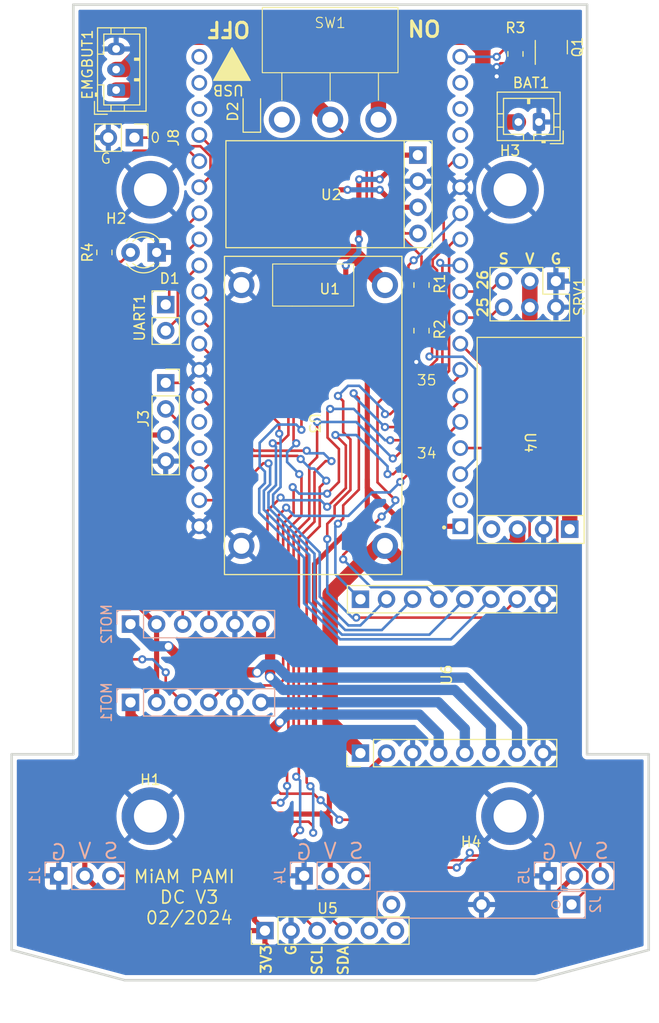
<source format=kicad_pcb>
(kicad_pcb (version 20221018) (generator pcbnew)
  (layers (0 "F.Cu" signal) (31 "B.Cu" signal) (34 "B.Paste" user) (35 "F.Paste" user) (36 "B.SilkS" user "B.Silkscreen") (37 "F.SilkS" user "F.Silkscreen") (38 "B.Mask" user) (39 "F.Mask" user) (44 "Edge.Cuts" user))
  (net 0 "")
  (net 1 "/BATTERY_INPUT")
  (net 2 "GND")
  (net 3 "/EMERGENCY_BUTTON")
  (net 4 "/5V_POWER")
  (net 5 "+12V")
  (net 6 "+3V3")
  (net 7 "/GPIO2")
  (net 8 "/GPIO5")
  (net 9 "/1Y")
  (net 10 "/GPIO0")
  (net 11 "Net-(D1-A)")
  (net 12 "/SDA")
  (net 13 "/SCL")
  (net 14 "/POWER_SWITCH")
  (net 15 "/BAT_READING")
  (net 16 "/SERVO_PWM_1")
  (net 17 "/SERVO_PWM_2")
  (net 18 "Net-(D2-K)")
  (net 19 "/RX2")
  (net 20 "/TX2")
  (net 34 "/TCRT0")
  (net 35 "/TCRT1")
  (net 36 "/TCRT2")
  (net 38 "/EXT_5V")
  (net 39 "/ENCODER_B1")
  (net 40 "/ENCODER_A1")
  (net 41 "/2Y")
  (net 42 "/3Y")
  (net 43 "/ENCODER_B2")
  (net 44 "/ENCODER_A2")
  (net 45 "/4Y")
  (net 46 "/EN12")
  (net 47 "/EN34")
  (net 48 "/STBY")
  (net 49 "/4A")
  (net 50 "/1A")
  (net 51 "/2A")
  (net 52 "/3A")
  (net 53 "Net-(Q1-D)")
  (footprint "Resistor_SMD:R_0805_2012Metric" (layer "F.Cu") (at 128.905 69.85 90)
    (fp_text reference "R4")
    (fp_text value "200")
  )
  (footprint "MiAM_ESP32_Footprints:VoltageRegulator" (layer "F.Cu") (at 170.434 87.884 -90)
    (fp_text reference "U4")
    (fp_text value "5V")
  )
  (footprint "Connector_PinHeader_2.54mm:PinHeader_1x02_P2.54mm_Vertical" (layer "F.Cu") (at 134.874 74.93)
    (fp_text reference "UART1")
    (fp_text value "Conn_01x02_Male")
  )
  (footprint "LED_THT:LED_D3.0mm" (layer "F.Cu") (at 133.99 69.85 180)
    (fp_text reference "D1")
    (fp_text value "LED")
  )
  (footprint "MountingHole:MountingHole_3.2mm_M3_DIN965_Pad" (layer "F.Cu") (at 168.38 124.743668)
    (fp_text reference "H4")
    (fp_text value "MountingHole_Pad")
  )
  (footprint "MiAM_ESP32_Footprints:VoltageRegulator" (layer "F.Cu") (at 150.495 64.135)
    (fp_text reference "U2")
    (fp_text value "3V3")
  )
  (footprint "Package_TO_SOT_SMD:SOT-23" (layer "F.Cu") (at 172.4 49.8625 90)
    (fp_text reference "Q1")
    (fp_text value "BS170F")
  )
  (footprint "Resistor_SMD:R_0805_2012Metric_Pad1.20x1.40mm_HandSolder" (layer "F.Cu") (at 159.766 77.47 -90)
    (fp_text reference "R2")
    (fp_text value "10k")
  )
  (footprint "Resistor_SMD:R_0805_2012Metric_Pad1.20x1.40mm_HandSolder" (layer "F.Cu") (at 159.766 73.025 -90)
    (fp_text reference "R1")
    (fp_text value "100k")
  )
  (footprint "MiAM_ESP32_Footprints:MT3608" (layer "F.Cu") (at 149.225 85.725 -90)
    (fp_text reference "U3")
    (fp_text value "MT3608")
  )
  (footprint "Connector_PinHeader_2.54mm:PinHeader_2x03_P2.54mm_Vertical" (layer "F.Cu") (at 172.847 72.644 -90)
    (fp_text reference "SRV1")
    (fp_text value "Conn_02x03_Odd_Even")
  )
  (footprint "MiAM_ESP32_Footprints:SSD1306_vertical" (layer "F.Cu") (at 129.854 80.9525)
    (fp_text reference "J3")
    (fp_text value "SSD1306_vertical")
  )
  (footprint "MiAM_ESP32_Footprints:ESP32U-ShieldPattern" (layer "F.Cu") (at 150.8408 73.67 180)
    (fp_text reference "U1")
    (fp_text value "ESP32-DEVKITC-32U")
  )
  (footprint "MountingHole:MountingHole_3.2mm_M3_DIN965_Pad" (layer "F.Cu") (at 133.38 124.743668)
    (fp_text reference "H1")
    (fp_text value "MountingHole_Pad")
  )
  (footprint "MiAM_ESP32_Footprints:TB6612FNG" (layer "F.Cu") (at 174.1425 118.607 90)
    (fp_text reference "U6")
    (fp_text value "TB6612FNG")
  )
  (footprint "Connector_JST:JST_PH_B2B-PH-K_1x02_P2.00mm_Vertical" (layer "F.Cu") (at 171.196 57.15 180)
    (fp_text reference "BAT1")
    (fp_text value "Screw_Terminal_01x02")
  )
  (footprint "Connector_JST:JST_PH_B3B-PH-K_1x03_P2.00mm_Vertical" (layer "F.Cu") (at 130.048 54.038 90)
    (fp_text reference "EMGBUT1")
    (fp_text value "Conn_01x02_Male")
  )
  (footprint "MiAM_ESP32_Footprints:SS-12D11" (layer "F.Cu") (at 150.876 56.921)
    (fp_text reference "SW1")
    (fp_text value "SW_DPDT_x2")
  )
  (footprint "MountingHole:MountingHole_3.2mm_M3_DIN965_Pad" (layer "F.Cu") (at 133.38 63.743668)
    (fp_text reference "H2")
    (fp_text value "MountingHole_Pad")
  )
  (footprint "Connector_PinHeader_2.54mm:PinHeader_1x06_P2.54mm_Vertical" (layer "F.Cu") (at 144.53 135.89 90)
    (fp_text reference "U5")
    (fp_text value "~")
  )
  (footprint "Resistor_SMD:R_0805_2012Metric" (layer "F.Cu") (at 168.91 50.5225 -90)
    (fp_text reference "R3")
    (fp_text value "50k")
  )
  (footprint "Connector_PinHeader_2.54mm:PinHeader_1x02_P2.54mm_Vertical" (layer "F.Cu") (at 131.826 58.674 -90)
    (fp_text reference "J8")
    (fp_text value "Conn_01x02_Pin")
  )
  (footprint "Diode_SMD:D_SOD-323_HandSoldering" (layer "F.Cu") (at 143.256 56.134 90)
    (fp_text reference "D2")
    (fp_text value "D_Schottky")
  )
  (footprint "MountingHole:MountingHole_3.2mm_M3_DIN965_Pad" (layer "F.Cu") (at 168.38 63.743668)
    (fp_text reference "H3")
    (fp_text value "MountingHole_Pad")
  )
  (footprint "MiAM_ESP32_Footprints:TCRT5000L_Breakout" (layer "B.Cu") (at 148.34 130.556 -90)
    (fp_text reference "J4")
    (fp_text value "TCRT5000L_Breakout")
  )
  (footprint "Connector_PinHeader_2.54mm:PinHeader_1x06_P2.54mm_Vertical" (layer "B.Cu") (at 131.445 113.665 -90)
    (fp_text reference "MOT1")
    (fp_text value "Conn_01x06_Male")
  )
  (footprint "MiAM_ESP32_Footprints:TCRT5000L_Breakout" (layer "B.Cu") (at 124.46 130.556 -90)
    (fp_text reference "J1")
    (fp_text value "TCRT5000L_Breakout")
  )
  (footprint "MiAM_ESP32_Footprints:Microruptor" (layer "B.Cu") (at 174.371 133.35 90)
    (fp_text reference "J2")
    (fp_text value "Conn_01x03_Male")
  )
  (footprint "Connector_PinHeader_2.54mm:PinHeader_1x06_P2.54mm_Vertical" (layer "B.Cu") (at 131.445 106.045 -90)
    (fp_text reference "MOT2")
    (fp_text value "Conn_01x06_Male")
  )
  (footprint "MiAM_ESP32_Footprints:TCRT5000L_Breakout" (layer "B.Cu") (at 172.085 130.556 -90)
    (fp_text reference "J5")
    (fp_text value "TCRT5000L_Breakout")
  )
  (gr_line (start 170.88 140.72) (end 181.88 137.772559) (stroke (width 0.25)) (layer "Edge.Cuts"))
  (gr_line (start 125.88 45.72) (end 125.88 118.72) (stroke (width 0.25)) (layer "Edge.Cuts"))
  (gr_line (start 119.88 137.772559) (end 130.88 140.72) (stroke (width 0.25)) (layer "Edge.Cuts"))
  (gr_line (start 181.88 118.72) (end 175.88 118.72) (stroke (width 0.25)) (layer "Edge.Cuts"))
  (gr_line (start 119.88 118.72) (end 119.88 137.772559) (stroke (width 0.25)) (layer "Edge.Cuts"))
  (gr_line (start 130.88 140.72) (end 170.88 140.72) (stroke (width 0.25)) (layer "Edge.Cuts"))
  (gr_line (start 175.88 45.72) (end 125.88 45.72) (stroke (width 0.25)) (layer "Edge.Cuts"))
  (gr_line (start 181.88 137.772559) (end 181.88 118.72) (stroke (width 0.25)) (layer "Edge.Cuts"))
  (gr_line (start 125.88 118.72) (end 119.88 118.72) (stroke (width 0.25)) (layer "Edge.Cuts"))
  (gr_line (start 175.88 118.72) (end 175.88 45.72) (stroke (width 0.25)) (layer "Edge.Cuts"))
  (gr_text "S" (at 177.292 128.143) (layer "B.SilkS") (effects (font (size 1.5 1.5) (thickness 0.1875)) (justify mirror)))
  (gr_text "V" (at 127 128.143) (layer "B.SilkS") (effects (font (size 1.5 1.5) (thickness 0.1875)) (justify mirror)))
  (gr_text "S" (at 129.54 128.143) (layer "B.SilkS") (effects (font (size 1.5 1.5) (thickness 0.1875)) (justify mirror)))
  (gr_text "G" (at 172.212 128.27) (layer "B.SilkS") (effects (font (size 1.5 1.5) (thickness 0.1875)) (justify mirror)))
  (gr_text "S" (at 153.416 128.143) (layer "B.SilkS") (effects (font (size 1.5 1.5) (thickness 0.1875)) (justify mirror)))
  (gr_text "G" (at 124.46 128.27) (layer "B.SilkS") (effects (font (size 1.5 1.5) (thickness 0.1875)) (justify mirror)))
  (gr_text "V" (at 150.876 128.143) (layer "B.SilkS") (effects (font (size 1.5 1.5) (thickness 0.1875)) (justify mirror)))
  (gr_text "V" (at 174.752 128.143) (layer "B.SilkS") (effects (font (size 1.5 1.5) (thickness 0.1875)) (justify mirror)))
  (gr_text "G" (at 148.336 128.27) (layer "B.SilkS") (effects (font (size 1.5 1.5) (thickness 0.1875)) (justify mirror)))
  (gr_text "3V3" (at 144.653 138.684 90) (layer "F.SilkS") (effects (font (size 1 1) (thickness 0.1875))))
  (gr_text "SCL" (at 149.606 138.811 90) (layer "F.SilkS") (effects (font (size 1 1) (thickness 0.1875))))
  (gr_text "OFF" (at 143.256 47.244 180) (layer "F.SilkS") (effects (font (size 1.5 1.5) (thickness 0.3) bold) (justify left bottom)))
  (gr_text "G" (at 172.847 70.485) (layer "F.SilkS") (effects (font (size 1 1) (thickness 0.2) bold)))
  (gr_text "ON" (at 161.798 47.117 180) (layer "F.SilkS") (effects (font (size 1.5 1.5) (thickness 0.3) bold) (justify left bottom)))
  (gr_text "S" (at 167.767 70.485) (layer "F.SilkS") (effects (font (size 1 1) (thickness 0.2) bold)))
  (gr_text "MiAM PAMI \nDC V3\n02/2024" (at 137.16 135.382) (layer "F.SilkS") (effects (font (size 1.25 1.25) (thickness 0.15625)) (justify bottom)))
  (gr_text "V" (at 170.307 70.485) (layer "F.SilkS") (effects (font (size 1 1) (thickness 0.2) bold)))
  (gr_text "26" (at 165.735 72.517 90) (layer "F.SilkS") (effects (font (size 1 1) (thickness 0.2) bold)))
  (gr_text "25" (at 165.735 75.184 90) (layer "F.SilkS") (effects (font (size 1 1) (thickness 0.2) bold)))
  (gr_text "G" (at 147.066 137.795 90) (layer "F.SilkS") (effects (font (size 1 1) (thickness 0.1875))))
  (gr_text "35" (at 160.274 82.296) (layer "F.SilkS") (effects (font (size 1 1) (thickness 0.125))))
  (gr_text "G" (at 129.032 60.706) (layer "F.SilkS") (effects (font (size 1 1) (thickness 0.125))))
  (gr_text "SDA" (at 152.146 138.811 90) (layer "F.SilkS") (effects (font (size 1 1) (thickness 0.1875))))
  (gr_text "0" (at 133.858 58.674) (layer "F.SilkS") (effects (font (size 1 1) (thickness 0.125))))
  (gr_text "34" (at 160.274 89.408) (layer "F.SilkS") (effects (font (size 1 1) (thickness 0.125))))
  (segment (start 155.575 53.975) (end 160.655 48.895) (width 1.5) (layer "F.Cu") (net 1))
  (segment (start 165.735 50.165) (end 165.735 55.15) (width 1.5) (layer "F.Cu") (net 1))
  (segment (start 164.465 48.895) (end 165.735 50.165) (width 1.5) (layer "F.Cu") (net 1))
  (segment (start 165.735 55.15) (end 167.735 57.15) (width 1.5) (layer "F.Cu") (net 1))
  (segment (start 167.735 57.15) (end 169.196 57.15) (width 1.5) (layer "F.Cu") (net 1))
  (segment (start 160.655 48.895) (end 164.465 48.895) (width 1.5) (layer "F.Cu") (net 1))
  (segment (start 155.575 56.921) (end 155.575 53.975) (width 1.5) (layer "F.Cu") (net 1))
  (segment (start 171.445 52.705) (end 167.085 52.705) (width 0.25) (layer "F.Cu") (net 2))
  (segment (start 173.35 50.8) (end 171.445 52.705) (width 0.25) (layer "F.Cu") (net 2))
  (segment (start 159.258 78.978) (end 159.766 78.47) (width 0.25) (layer "F.Cu") (net 2))
  (segment (start 167.450003 51.435) (end 167.085 51.800003) (width 0.25) (layer "F.Cu") (net 2))
  (segment (start 159.258 80.518) (end 159.258 78.978) (width 0.25) (layer "F.Cu") (net 2))
  (segment (start 168.91 51.435) (end 167.450003 51.435) (width 0.25) (layer "F.Cu") (net 2))
  (via (at 159.258 80.518) (size 0.8) (drill 0.4) (layers "F.Cu" "B.Cu") (net 2))
  (via (at 167.085 51.800003) (size 0.8) (drill 0.4) (layers "F.Cu" "B.Cu") (net 2))
  (via (at 167.085 52.705) (size 0.8) (drill 0.4) (layers "F.Cu" "B.Cu") (net 2))
  (segment (start 139.7 48.895) (end 140.97 50.165) (width 1.5) (layer "F.Cu") (net 3))
  (segment (start 140.97 50.165) (end 140.97 64.262) (width 1.5) (layer "F.Cu") (net 3))
  (segment (start 140.97 64.262) (end 146.480095 69.772095) (width 1.5) (layer "F.Cu") (net 3))
  (segment (start 136.9695 48.895) (end 139.7 48.895) (width 1.5) (layer "F.Cu") (net 3))
  (segment (start 131.8265 54.038) (end 136.9695 48.895) (width 1.5) (layer "F.Cu") (net 3))
  (segment (start 152.957095 69.772095) (end 156.21 73.025) (width 1.5) (layer "F.Cu") (net 3))
  (segment (start 146.480095 69.772095) (end 152.957095 69.772095) (width 1.5) (layer "F.Cu") (net 3))
  (segment (start 130.048 54.038) (end 131.8265 54.038) (width 1.5) (layer "F.Cu") (net 3))
  (segment (start 174.1932 80.7212) (end 170.307 76.835) (width 1.5) (layer "F.Cu") (net 4))
  (segment (start 170.307 75.184) (end 170.307 72.644) (width 1.5) (layer "F.Cu") (net 4))
  (segment (start 174.1932 96.7994) (end 174.1932 80.7212) (width 1.5) (layer "F.Cu") (net 4))
  (segment (start 170.307 76.835) (end 170.307 75.184) (width 1.5) (layer "F.Cu") (net 4))
  (segment (start 155.575 98.425) (end 156.21 98.425) (width 1.5) (layer "F.Cu") (net 5))
  (segment (start 150.876 103.124) (end 155.575 98.425) (width 1.5) (layer "F.Cu") (net 5))
  (segment (start 150.876 115.6605) (end 150.876 103.124) (width 1.5) (layer "F.Cu") (net 5))
  (segment (start 167.419681 99.695) (end 169.1132 98.001481) (width 1.5) (layer "F.Cu") (net 5))
  (segment (start 157.48 99.695) (end 167.419681 99.695) (width 1.5) (layer "F.Cu") (net 5))
  (segment (start 169.1132 98.001481) (end 169.1132 96.7994) (width 1.5) (layer "F.Cu") (net 5))
  (segment (start 153.8225 118.607) (end 150.876 115.6605) (width 1.5) (layer "F.Cu") (net 5))
  (segment (start 156.21 98.425) (end 157.48 99.695) (width 1.5) (layer "F.Cu") (net 5))
  (segment (start 152.397905 71.122095) (end 152.397905 72.641905) (width 0.5) (layer "F.Cu") (net 6))
  (segment (start 153.67 62.775) (end 153.67 68.57581) (width 0.5) (layer "F.Cu") (net 6))
  (segment (start 133.096 111.506) (end 130.302 111.506) (width 0.5) (layer "F.Cu") (net 6))
  (segment (start 153.707 62.738) (end 153.67 62.775) (width 0.5) (layer "F.Cu") (net 6))
  (segment (start 174.625 130.556) (end 166.116 139.065) (width 0.5) (layer "F.Cu") (net 6))
  (segment (start 154.49 92.768) (end 158.242 96.52) (width 0.5) (layer "F.Cu") (net 6))
  (segment (start 133.985 113.665) (end 133.985 112.395) (width 0.5) (layer "F.Cu") (net 6))
  (segment (start 134.874 87.63) (end 132.715 87.63) (width 0.5) (layer "F.Cu") (net 6))
  (segment (start 146.435 139.065) (end 144.53 137.16) (width 0.5) (layer "F.Cu") (net 6))
  (segment (start 127 130.556) (end 132.334 135.89) (width 0.5) (layer "F.Cu") (net 6))
  (segment (start 129.794 112.014) (end 129.794 121.412) (width 0.5) (layer "F.Cu") (net 6))
  (segment (start 144.53 137.16) (end 144.53 135.89) (width 0.5) (layer "F.Cu") (net 6))
  (segment (start 153.67 68.57581) (end 153.672095 68.577905) (width 0.5) (layer "F.Cu") (net 6))
  (segment (start 132.08 88.265) (end 132.08 104.14) (width 0.5) (layer "F.Cu") (net 6))
  (segment (start 150.495 124.54) (end 150.8 124.235) (width 0.5) (layer "F.Cu") (net 6))
  (segment (start 156.3625 118.607) (end 153.930465 121.039035) (width 0.5) (layer "F.Cu") (net 6))
  (segment (start 158.242 96.52) (end 163.5408 96.52) (width 0.5) (layer "F.Cu") (net 6))
  (segment (start 133.985 112.395) (end 133.096 111.506) (width 0.5) (layer "F.Cu") (net 6))
  (segment (start 150.8 121.039035) (end 149.352 119.591035) (width 0.5) (layer "F.Cu") (net 6))
  (segment (start 158.0642 60.3758) (end 159.4104 60.3758) (width 0.5) (layer "F.Cu") (net 6))
  (segment (start 152.397905 72.641905) (end 154.49 74.734) (width 0.5) (layer "F.Cu") (net 6))
  (segment (start 127 124.206) (end 127 130.556) (width 0.5) (layer "F.Cu") (net 6))
  (segment (start 129.794 121.412) (end 127 124.206) (width 0.5) (layer "F.Cu") (net 6))
  (segment (start 166.116 139.065) (end 146.435 139.065) (width 0.5) (layer "F.Cu") (net 6))
  (segment (start 132.715 87.63) (end 132.08 88.265) (width 0.5) (layer "F.Cu") (net 6))
  (segment (start 132.08 104.14) (end 133.985 106.045) (width 0.5) (layer "F.Cu") (net 6))
  (segment (start 132.334 135.89) (end 144.53 135.89) (width 0.5) (layer "F.Cu") (net 6))
  (segment (start 150.88 124.925) (end 150.495 124.54) (width 0.5) (layer "F.Cu") (net 6))
  (segment (start 144.53 135.89) (end 143.51 134.87) (width 0.5) (layer "F.Cu") (net 6))
  (segment (start 143.51 126.362208) (end 145.332208 124.54) (width 0.5) (layer "F.Cu") (net 6))
  (segment (start 133.985 113.665) (end 133.985 106.045) (width 0.5) (layer "F.Cu") (net 6))
  (segment (start 154.49 95.065) (end 154.49 91.948) (width 0.5) (layer "F.Cu") (net 6))
  (segment (start 130.302 111.506) (end 129.794 112.014) (width 0.5) (layer "F.Cu") (net 6))
  (segment (start 153.930465 121.039035) (end 150.8 121.039035) (width 0.5) (layer "F.Cu") (net 6))
  (segment (start 154.49 74.734) (end 154.49 92.768) (width 0.5) (layer "F.Cu") (net 6))
  (segment (start 155.702 62.738) (end 158.0642 60.3758) (width 0.5) (layer "F.Cu") (net 6))
  (segment (start 150.8 124.235) (end 150.8 121.039035) (width 0.5) (layer "F.Cu") (net 6))
  (segment (start 145.332208 124.54) (end 150.495 124.54) (width 0.5) (layer "F.Cu") (net 6))
  (segment (start 143.51 134.87) (end 143.51 126.362208) (width 0.5) (layer "F.Cu") (net 6))
  (segment (start 149.352 100.203) (end 154.49 95.065) (width 0.5) (layer "F.Cu") (net 6))
  (segment (start 149.352 119.591035) (end 149.352 100.203) (width 0.5) (layer "F.Cu") (net 6))
  (segment (start 150.88 130.556) (end 150.88 124.925) (width 0.5) (layer "F.Cu") (net 6))
  (via (at 153.707 62.738) (size 0.8) (drill 0.4) (layers "F.Cu" "B.Cu") (net 6))
  (via (at 155.702 62.738) (size 0.8) (drill 0.4) (layers "F.Cu" "B.Cu") (net 6))
  (via (at 152.397905 71.122095) (size 0.8) (drill 0.4) (layers "F.Cu" "B.Cu") (net 6))
  (via (at 153.672095 68.577905) (size 0.8) (drill 0.4) (layers "F.Cu" "B.Cu") (net 6))
  (segment (start 153.707 62.738) (end 155.702 62.738) (width 0.5) (layer "B.Cu") (net 6))
  (segment (start 153.672095 69.847905) (end 153.672095 68.577905) (width 0.5) (layer "B.Cu") (net 6))
  (segment (start 152.397905 71.122095) (end 153.672095 69.847905) (width 0.5) (layer "B.Cu") (net 6))
  (segment (start 131.826 59.944) (end 128.905 62.865) (width 0.25) (layer "F.Cu") (net 7))
  (segment (start 138.1408 60.96) (end 137.1248 59.944) (width 0.25) (layer "F.Cu") (net 7))
  (segment (start 137.1248 59.944) (end 131.826 59.944) (width 0.25) (layer "F.Cu") (net 7))
  (segment (start 128.905 62.865) (end 128.905 68.9375) (width 0.25) (layer "F.Cu") (net 7))
  (segment (start 145.415 120.269) (end 145.415 121.92) (width 0.25) (layer "F.Cu") (net 8))
  (segment (start 175.895 131.826) (end 174.371 133.35) (width 0.25) (layer "F.Cu") (net 8))
  (segment (start 147.317085 82.836285) (end 138.1408 73.66) (width 0.25) (layer "F.Cu") (net 8))
  (segment (start 147.865 91.44) (end 148.082 91.657) (width 0.25) (layer "F.Cu") (net 8))
  (segment (start 146.05 122.555) (end 149.255308 122.555) (width 0.25) (layer "F.Cu") (net 8))
  (segment (start 156.845 125.095) (end 160.782 129.032) (width 0.25) (layer "F.Cu") (net 8))
  (segment (start 160.782 129.032) (end 174.762701 129.032) (width 0.25) (layer "F.Cu") (net 8))
  (segment (start 174.762701 129.032) (end 175.895 130.164299) (width 0.25) (layer "F.Cu") (net 8))
  (segment (start 145.415 121.92) (end 146.05 122.555) (width 0.25) (layer "F.Cu") (net 8))
  (segment (start 146.812 118.872) (end 145.415 120.269) (width 0.25) (layer "F.Cu") (net 8))
  (segment (start 149.890308 123.19) (end 149.95 123.19) (width 0.25) (layer "F.Cu") (net 8))
  (segment (start 147.317085 88.176884) (end 147.317085 82.836285) (width 0.25) (layer "F.Cu") (net 8))
  (segment (start 148.082 91.657) (end 148.082 95.504) (width 0.25) (layer "F.Cu") (net 8))
  (segment (start 151.765 125.095) (end 156.845 125.095) (width 0.25) (layer "F.Cu") (net 8))
  (segment (start 148.082 95.504) (end 146.812 96.774) (width 0.25) (layer "F.Cu") (net 8))
  (segment (start 175.895 130.164299) (end 175.895 131.826) (width 0.25) (layer "F.Cu") (net 8))
  (segment (start 146.812 96.774) (end 146.812 118.872) (width 0.25) (layer "F.Cu") (net 8))
  (segment (start 147.574 88.433799) (end 147.317085 88.176884) (width 0.25) (layer "F.Cu") (net 8))
  (segment (start 149.255308 122.555) (end 149.890308 123.19) (width 0.25) (layer "F.Cu") (net 8))
  (via (at 149.95 123.19) (size 0.8) (drill 0.4) (layers "F.Cu" "B.Cu") (net 8))
  (via (at 151.765 125.095) (size 0.8) (drill 0.4) (layers "F.Cu" "B.Cu") (net 8))
  (via (at 147.574 88.433799) (size 0.8) (drill 0.4) (layers "F.Cu" "B.Cu") (net 8))
  (via (at 147.865 91.44) (size 0.8) (drill 0.4) (layers "F.Cu" "B.Cu") (net 8))
  (segment (start 151.765 125.095) (end 151.765 125.005) (width 0.25) (layer "B.Cu") (net 8))
  (segment (start 151.765 125.005) (end 149.95 123.19) (width 0.25) (layer "B.Cu") (net 8))
  (segment (start 147.865 91.44) (end 146.685 90.26) (width 0.25) (layer "B.Cu") (net 8))
  (segment (start 146.685 90.26) (end 146.685 89.322799) (width 0.25) (layer "B.Cu") (net 8))
  (segment (start 146.685 89.322799) (end 147.574 88.433799) (width 0.25) (layer "B.Cu") (net 8))
  (segment (start 132.842 116.332) (end 145.225 116.332) (width 1) (layer "F.Cu") (net 9))
  (segment (start 131.445 113.665) (end 131.445 114.935) (width 1) (layer "F.Cu") (net 9))
  (segment (start 131.445 114.935) (end 132.842 116.332) (width 1) (layer "F.Cu") (net 9))
  (segment (start 145.225 116.332) (end 145.987 115.57) (width 1) (layer "F.Cu") (net 9))
  (via (at 145.987 115.57) (size 1) (drill 0.7) (layers "F.Cu" "B.Cu") (net 9))
  (segment (start 146.705 114.852) (end 159.556 114.852) (width 1) (layer "B.Cu") (net 9))
  (segment (start 161.4425 116.7385) (end 161.4425 118.607) (width 1) (layer "B.Cu") (net 9))
  (segment (start 145.987 115.57) (end 146.705 114.852) (width 1) (layer "B.Cu") (net 9))
  (segment (start 159.556 114.852) (end 161.4425 116.7385) (width 1) (layer "B.Cu") (net 9))
  (segment (start 138.25 59.51) (end 139.2308 60.4908) (width 0.25) (layer "F.Cu") (net 10))
  (segment (start 137.327196 59.51) (end 138.25 59.51) (width 0.25) (layer "F.Cu") (net 10))
  (segment (start 139.2308 62.41) (end 138.1408 63.5) (width 0.25) (layer "F.Cu") (net 10))
  (segment (start 136.964 59.494) (end 137.311196 59.494) (width 0.25) (layer "F.Cu") (net 10))
  (segment (start 136.144 58.674) (end 136.964 59.494) (width 0.25) (layer "F.Cu") (net 10))
  (segment (start 132.459604 58.674) (end 136.144 58.674) (width 0.25) (layer "F.Cu") (net 10))
  (segment (start 137.311196 59.494) (end 137.327196 59.51) (width 0.25) (layer "F.Cu") (net 10))
  (segment (start 139.2308 60.4908) (end 139.2308 62.41) (width 0.25) (layer "F.Cu") (net 10))
  (segment (start 130.5375 70.7625) (end 131.45 69.85) (width 0.25) (layer "F.Cu") (net 11))
  (segment (start 128.905 70.7625) (end 130.5375 70.7625) (width 0.25) (layer "F.Cu") (net 11))
  (segment (start 149.352 91.2495) (end 150.4315 90.17) (width 0.25) (layer "F.Cu") (net 12))
  (segment (start 146.304 127.762) (end 146.304 131.318) (width 0.25) (layer "F.Cu") (net 12))
  (segment (start 150.245 133.985) (end 152.15 135.89) (width 0.25) (layer "F.Cu") (net 12))
  (segment (start 147.828 120.65) (end 147.828 97.601594) (width 0.25) (layer "F.Cu") (net 12))
  (segment (start 147.828 97.601594) (end 149.352 96.077594) (width 0.25) (layer "F.Cu") (net 12))
  (segment (start 147.955 126.111) (end 146.304 127.762) (width 0.25) (layer "F.Cu") (net 12))
  (segment (start 146.304 131.318) (end 148.971 133.985) (width 0.25) (layer "F.Cu") (net 12))
  (segment (start 147.574 120.904) (end 147.828 120.65) (width 0.25) (layer "F.Cu") (net 12))
  (segment (start 148.971 133.985) (end 150.245 133.985) (width 0.25) (layer "F.Cu") (net 12))
  (segment (start 134.874 82.55) (end 136.8708 82.55) (width 0.25) (layer "F.Cu") (net 12))
  (segment (start 136.8708 82.55) (end 138.1408 83.82) (width 0.25) (layer "F.Cu") (net 12))
  (segment (start 148.594299 89.158299) (end 143.479099 89.158299) (width 0.25) (layer "F.Cu") (net 12))
  (segment (start 149.352 96.077594) (end 149.352 91.2495) (width 0.25) (layer "F.Cu") (net 12))
  (segment (start 150.4315 90.17) (end 151.003 90.17) (width 0.25) (layer "F.Cu") (net 12))
  (segment (start 143.479099 89.158299) (end 138.1408 83.82) (width 0.25) (layer "F.Cu") (net 12))
  (via (at 151.003 90.17) (size 0.8) (drill 0.4) (layers "F.Cu" "B.Cu") (net 12))
  (via (at 147.955 126.111) (size 0.8) (drill 0.4) (layers "F.Cu" "B.Cu") (net 12))
  (via (at 147.574 120.904) (size 0.8) (drill 0.4) (layers "F.Cu" "B.Cu") (net 12))
  (via (at 148.594299 89.158299) (size 0.8) (drill 0.4) (layers "F.Cu" "B.Cu") (net 12))
  (segment (start 151.003 90.17) (end 150.241 89.408) (width 0.25) (layer "B.Cu") (net 12))
  (segment (start 147.955 121.285) (end 147.574 120.904) (width 0.25) (layer "B.Cu") (net 12))
  (segment (start 150.241 89.408) (end 148.844 89.408) (width 0.25) (layer "B.Cu") (net 12))
  (segment (start 148.844 89.408) (end 148.594299 89.158299) (width 0.25) (layer "B.Cu") (net 12))
  (segment (start 147.955 126.111) (end 147.955 121.285) (width 0.25) (layer "B.Cu") (net 12))
  (segment (start 148.009548 89.970549) (end 147.700999 89.662) (width 0.25) (layer "F.Cu") (net 13))
  (segment (start 145.796 126.746) (end 145.796 132.076) (width 0.25) (layer "F.Cu") (net 13))
  (segment (start 148.779653 125.28) (end 147.262 125.28) (width 0.25) (layer "F.Cu") (net 13))
  (segment (start 139.9188 89.662) (end 138.1408 91.44) (width 0.25) (layer "F.Cu") (net 13))
  (segment (start 148.955003 121.83) (end 148.59 121.464997) (width 0.25) (layer "F.Cu") (net 13))
  (segment (start 149.86 92.71) (end 150.495 92.075) (width 0.25) (layer "F.Cu") (net 13))
  (segment (start 136.398 89.6972) (end 138.1408 91.44) (width 0.25) (layer "F.Cu") (net 13))
  (segment (start 136.398 86.614) (end 136.398 89.6972) (width 0.25) (layer "F.Cu") (net 13))
  (segment (start 149.225 126.365) (end 149.225 125.725347) (width 0.25) (layer "F.Cu") (net 13))
  (segment (start 149.225 125.725347) (end 148.779653 125.28) (width 0.25) (layer "F.Cu") (net 13))
  (segment (start 148.59 121.464997) (end 148.59 97.79) (width 0.25) (layer "F.Cu") (net 13))
  (segment (start 149.86 96.52) (end 149.86 92.71) (width 0.25) (layer "F.Cu") (net 13))
  (segment (start 148.59 97.79) (end 149.86 96.52) (width 0.25) (layer "F.Cu") (net 13))
  (segment (start 147.700999 89.662) (end 139.9188 89.662) (width 0.25) (layer "F.Cu") (net 13))
  (segment (start 145.796 132.076) (end 149.61 135.89) (width 0.25) (layer "F.Cu") (net 13))
  (segment (start 134.884 85.1) (end 136.398 86.614) (width 0.25) (layer "F.Cu") (net 13))
  (segment (start 147.262 125.28) (end 145.796 126.746) (width 0.25) (layer "F.Cu") (net 13))
  (via (at 148.955003 121.83) (size 0.8) (drill 0.4) (layers "F.Cu" "B.Cu") (net 13))
  (via (at 149.225 126.365) (size 0.8) (drill 0.4) (layers "F.Cu" "B.Cu") (net 13))
  (via (at 150.495 92.075) (size 0.8) (drill 0.4) (layers "F.Cu" "B.Cu") (net 13))
  (via (at 148.009548 89.970549) (size 0.8) (drill 0.4) (layers "F.Cu" "B.Cu") (net 13))
  (segment (start 149.225 122.099997) (end 148.955003 121.83) (width 0.25) (layer "B.Cu") (net 13))
  (segment (start 149.225 126.365) (end 149.225 122.099997) (width 0.25) (layer "B.Cu") (net 13))
  (segment (start 149.315 90.895) (end 148.933999 90.895) (width 0.25) (layer "B.Cu") (net 13))
  (segment (start 150.495 92.075) (end 149.315 90.895) (width 0.25) (layer "B.Cu") (net 13))
  (segment (start 148.933999 90.895) (end 148.009548 89.970549) (width 0.25) (layer "B.Cu") (net 13))
  (segment (start 143.256 54.884) (end 143.256 49.53) (width 0.5) (layer "F.Cu") (net 14))
  (segment (start 159.766 70.232396) (end 159.766 72.025) (width 0.25) (layer "F.Cu") (net 14))
  (segment (start 154.432 60.477) (end 154.432 64.898396) (width 0.25) (layer "F.Cu") (net 14))
  (segment (start 130.842 52.038) (end 130.048 52.038) (width 1.5) (layer "F.Cu") (net 14))
  (segment (start 154.432 64.898396) (end 159.766 70.232396) (width 0.25) (layer "F.Cu") (net 14))
  (segment (start 143.256 49.53) (end 143.383 49.403) (width 0.5) (layer "F.Cu") (net 14))
  (segment (start 140.97 46.99) (end 135.89 46.99) (width 1.5) (layer "F.Cu") (net 14))
  (segment (start 150.876 56.896) (end 143.383 49.403) (width 1.5) (layer "F.Cu") (net 14))
  (segment (start 143.383 49.403) (end 140.97 46.99) (width 1.5) (layer "F.Cu") (net 14))
  (segment (start 150.876 56.921) (end 150.876 56.896) (width 1.5) (layer "F.Cu") (net 14))
  (segment (start 150.876 56.921) (end 154.432 60.477) (width 0.25) (layer "F.Cu") (net 14))
  (segment (start 135.89 46.99) (end 130.842 52.038) (width 1.5) (layer "F.Cu") (net 14))
  (segment (start 159.766 74.025) (end 159.766 76.47) (width 0.25) (layer "F.Cu") (net 15))
  (segment (start 160.791 77.495) (end 159.766 76.47) (width 0.25) (layer "F.Cu") (net 15))
  (segment (start 160.791 79.737694) (end 160.791 77.495) (width 0.25) (layer "F.Cu") (net 15))
  (segment (start 160.541847 79.986847) (end 160.791 79.737694) (width 0.25) (layer "F.Cu") (net 15))
  (via (at 160.541847 79.986847) (size 0.8) (drill 0.4) (layers "F.Cu" "B.Cu") (net 15))
  (segment (start 163.812293 80.01) (end 164.973 81.170707) (width 0.25) (layer "B.Cu") (net 15))
  (segment (start 160.565 80.01) (end 163.812293 80.01) (width 0.25) (layer "B.Cu") (net 15))
  (segment (start 164.973 90.0078) (end 163.5408 91.44) (width 0.25) (layer "B.Cu") (net 15))
  (segment (start 160.541847 79.986847) (end 160.565 80.01) (width 0.25) (layer "B.Cu") (net 15))
  (segment (start 164.973 81.170707) (end 164.973 90.0078) (width 0.25) (layer "B.Cu") (net 15))
  (segment (start 167.386 75.184) (end 166.37 76.2) (width 0.25) (layer "F.Cu") (net 16))
  (segment (start 166.37 76.2) (end 163.5408 76.2) (width 0.25) (layer "F.Cu") (net 16))
  (segment (start 166.37 73.66) (end 167.386 72.644) (width 0.25) (layer "F.Cu") (net 17))
  (segment (start 163.5408 73.66) (end 166.37 73.66) (width 0.25) (layer "F.Cu") (net 17))
  (segment (start 157.4038 65.4558) (end 159.4104 65.4558) (width 0.5) (layer "F.Cu") (net 18))
  (segment (start 152.566 63.754) (end 148.336 63.754) (width 0.5) (layer "F.Cu") (net 18))
  (segment (start 148.336 63.754) (end 143.256 58.674) (width 0.5) (layer "F.Cu") (net 18))
  (segment (start 143.256 58.674) (end 143.256 57.384) (width 0.5) (layer "F.Cu") (net 18))
  (segment (start 155.702 63.754) (end 157.4038 65.4558) (width 0.5) (layer "F.Cu") (net 18))
  (via (at 155.702 63.754) (size 0.8) (drill 0.4) (layers "F.Cu" "B.Cu") (net 18))
  (via (at 152.566 63.754) (size 0.8) (drill 0.4) (layers "F.Cu" "B.Cu") (net 18))
  (segment (start 152.566 63.754) (end 155.702 63.754) (width 0.5) (layer "B.Cu") (net 18))
  (segment (start 134.874 74.93) (end 135.215 74.589) (width 0.25) (layer "F.Cu") (net 19))
  (segment (start 136.525 72.099404) (end 136.525 70.1958) (width 0.25) (layer "F.Cu") (net 19))
  (segment (start 136.525 70.1958) (end 138.1408 68.58) (width 0.25) (layer "F.Cu") (net 19))
  (segment (start 135.215 74.589) (end 135.215 73.409404) (width 0.25) (layer "F.Cu") (net 19))
  (segment (start 135.215 73.409404) (end 136.525 72.099404) (width 0.25) (layer "F.Cu") (net 19))
  (segment (start 136.049 73.2118) (end 138.1408 71.12) (width 0.25) (layer "F.Cu") (net 20))
  (segment (start 136.049 76.295) (end 136.049 73.2118) (width 0.25) (layer "F.Cu") (net 20))
  (segment (start 134.874 77.47) (end 136.049 76.295) (width 0.25) (layer "F.Cu") (net 20))
  (segment (start 147.32 119.38) (end 146.685 120.015) (width 0.25) (layer "F.Cu") (net 34))
  (segment (start 147.32 97.284792) (end 147.32 119.38) (width 0.25) (layer "F.Cu") (net 34))
  (segment (start 156.972 89.916) (end 157.099 89.916) (width 0.25) (layer "F.Cu") (net 34))
  (segment (start 148.844 90.551) (end 148.844 95.760792) (width 0.25) (layer "F.Cu") (net 34))
  (segment (start 148.844 95.760792) (end 147.32 97.284792) (width 0.25) (layer "F.Cu") (net 34))
  (segment (start 146.685 120.015) (end 146.685 121.806847) (width 0.25) (layer "F.Cu") (net 34))
  (segment (start 141.859 123.444) (end 134.747 130.556) (width 0.25) (layer "F.Cu") (net 34))
  (segment (start 161.29 85.725) (end 161.29 84.0564) (width 0.25) (layer "F.Cu") (net 34))
  (segment (start 149.606 89.789) (end 148.844 90.551) (width 0.25) (layer "F.Cu") (net 34))
  (segment (start 134.747 130.556) (end 129.54 130.556) (width 0.25) (layer "F.Cu") (net 34))
  (segment (start 161.29 84.0564) (end 163.5408 81.8056) (width 0.25) (layer "F.Cu") (net 34))
  (segment (start 157.099 89.916) (end 161.29 85.725) (width 0.25) (layer "F.Cu") (net 34))
  (segment (start 163.5408 81.8056) (end 163.5408 81.28) (width 0.25) (layer "F.Cu") (net 34))
  (segment (start 146.05 123.444) (end 141.859 123.444) (width 0.25) (layer "F.Cu") (net 34))
  (segment (start 149.606 86.36) (end 149.606 89.789) (width 0.25) (layer "F.Cu") (net 34))
  (via (at 149.606 86.36) (size 0.8) (drill 0.4) (layers "F.Cu" "B.Cu") (net 34))
  (via (at 146.685 121.806847) (size 0.8) (drill 0.4) (layers "F.Cu" "B.Cu") (net 34))
  (via (at 156.972 89.916) (size 0.8) (drill 0.4) (layers "F.Cu" "B.Cu") (net 34))
  (via (at 146.05 123.444) (size 0.8) (drill 0.4) (layers "F.Cu" "B.Cu") (net 34))
  (segment (start 153.416 86.36) (end 149.606 86.36) (width 0.25) (layer "B.Cu") (net 34))
  (segment (start 146.685 122.809) (end 146.05 123.444) (width 0.25) (layer "B.Cu") (net 34))
  (segment (start 146.685 121.806847) (end 146.685 122.809) (width 0.25) (layer "B.Cu") (net 34))
  (segment (start 156.972 89.916) (end 153.416 86.36) (width 0.25) (layer "B.Cu") (net 34))
  (segment (start 164.74 128.582) (end 172.388396 128.582) (width 0.25) (layer "F.Cu") (net 35))
  (segment (start 167.64 88.9) (end 163.5408 88.9) (width 0.25) (layer "F.Cu") (net 35))
  (segment (start 155.485 129.757) (end 154.686 130.556) (width 0.25) (layer "F.Cu") (net 35))
  (segment (start 172.388396 128.582) (end 173.482 127.488396) (width 0.25) (layer "F.Cu") (net 35))
  (segment (start 170.2882 91.5482) (end 167.64 88.9) (width 0.25) (layer "F.Cu") (net 35))
  (segment (start 173.482 102.87) (end 170.2882 99.6762) (width 0.25) (layer "F.Cu") (net 35))
  (segment (start 154.686 130.556) (end 153.42 130.556) (width 0.25) (layer "F.Cu") (net 35))
  (segment (start 170.2882 99.6762) (end 170.2882 91.5482) (width 0.25) (layer "F.Cu") (net 35))
  (segment (start 164.465 128.307) (end 164.74 128.582) (width 0.25) (layer "F.Cu") (net 35))
  (segment (start 173.482 127.488396) (end 173.482 102.87) (width 0.25) (layer "F.Cu") (net 35))
  (segment (start 163.195 129.757) (end 155.485 129.757) (width 0.25) (layer "F.Cu") (net 35))
  (via (at 164.465 128.307) (size 0.8) (drill 0.4) (layers "F.Cu" "B.Cu") (net 35))
  (via (at 163.195 129.757) (size 0.8) (drill 0.4) (layers "F.Cu" "B.Cu") (net 35))
  (segment (start 164.465 128.487) (end 163.195 129.757) (width 0.25) (layer "B.Cu") (net 35))
  (segment (start 164.465 128.307) (end 164.465 128.487) (width 0.25) (layer "B.Cu") (net 35))
  (segment (start 172.974 101.092) (end 172.974 88.1732) (width 0.25) (layer "F.Cu") (net 36))
  (segment (start 172.974 88.1732) (end 163.5408 78.74) (width 0.25) (layer "F.Cu") (net 36))
  (segment (start 174.244 124.968) (end 174.244 102.362) (width 0.25) (layer "F.Cu") (net 36))
  (segment (start 177.165 127.889) (end 174.244 124.968) (width 0.25) (layer "F.Cu") (net 36))
  (segment (start 177.165 130.556) (end 177.165 127.889) (width 0.25) (layer "F.Cu") (net 36))
  (segment (start 174.244 102.362) (end 172.974 101.092) (width 0.25) (layer "F.Cu") (net 36))
  (segment (start 170.26 49.61) (end 168.91 49.61) (width 0.25) (layer "F.Cu") (net 38))
  (segment (start 168.275 49.61) (end 168.91 49.61) (width 0.25) (layer "F.Cu") (net 38))
  (segment (start 171.45 50.8) (end 170.26 49.61) (width 0.25) (layer "F.Cu") (net 38))
  (segment (start 167.085 50.8) (end 168.275 49.61) (width 0.25) (layer "F.Cu") (net 38))
  (via (at 167.085 50.8) (size 0.8) (drill 0.4) (layers "F.Cu" "B.Cu") (net 38))
  (segment (start 167.085 50.8) (end 163.5408 50.8) (width 0.25) (layer "B.Cu") (net 38))
  (segment (start 135.89 71.12) (end 135.89 68.2908) (width 0.25) (layer "F.Cu") (net 39))
  (segment (start 131.318 109.474) (end 128.016 106.172) (width 0.25) (layer "F.Cu") (net 39))
  (segment (start 134.874 112.014) (end 136.525 113.665) (width 0.25) (layer "F.Cu") (net 39))
  (segment (start 134.874 110.744) (end 134.874 112.014) (width 0.25) (layer "F.Cu") (net 39))
  (segment (start 132.588 109.474) (end 131.318 109.474) (width 0.25) (layer "F.Cu") (net 39))
  (segment (start 135.89 68.2908) (end 138.1408 66.04) (width 0.25) (layer "F.Cu") (net 39))
  (segment (start 128.016 78.994) (end 135.89 71.12) (width 0.25) (layer "F.Cu") (net 39))
  (segment (start 128.016 106.172) (end 128.016 78.994) (width 0.25) (layer "F.Cu") (net 39))
  (via (at 134.874 110.744) (size 0.8) (drill 0.4) (layers "F.Cu" "B.Cu") (net 39))
  (via (at 132.588 109.474) (size 0.8) (drill 0.4) (layers "F.Cu" "B.Cu") (net 39))
  (segment (start 132.588 109.474) (end 133.604 109.474) (width 0.25) (layer "B.Cu") (net 39))
  (segment (start 133.604 109.474) (end 134.874 110.744) (width 0.25) (layer "B.Cu") (net 39))
  (segment (start 146.304 111.506) (end 146.304 96.266) (width 0.25) (layer "F.Cu") (net 40))
  (segment (start 147.32 92.8) (end 147.23 92.71) (width 0.25) (layer "F.Cu") (net 40))
  (segment (start 150.876 85.09) (end 150.622 85.344) (width 0.25) (layer "F.Cu") (net 40))
  (segment (start 150.622 85.344) (end 150.622 87.884) (width 0.25) (layer "F.Cu") (net 40))
  (segment (start 162.4508 69.218507) (end 163.5408 68.128507) (width 0.25) (layer "F.Cu") (net 40))
  (segment (start 160.655 85.237128) (end 160.655 83.185) (width 0.25) (layer "F.Cu") (net 40))
  (segment (start 162.4508 81.3892) (end 162.4508 69.218507) (width 0.25) (layer "F.Cu") (net 40))
  (segment (start 147.32 95.25) (end 147.32 92.8) (width 0.25) (layer "F.Cu") (net 40))
  (segment (start 151.728 92.202) (end 150.585 93.345) (width 0.25) (layer "F.Cu") (net 40))
  (segment (start 156.718 88.138) (end 157.754128 88.138) (width 0.25) (layer "F.Cu") (net 40))
  (segment (start 146.304 96.266) (end 147.32 95.25) (width 0.25) (layer "F.Cu") (net 40))
  (segment (start 150.622 87.884) (end 151.728 88.99) (width 0.25) (layer "F.Cu") (net 40))
  (segment (start 160.655 83.185) (end 162.4508 81.3892) (width 0.25) (layer "F.Cu") (net 40))
  (segment (start 140.716 112.014) (end 145.796 112.014) (width 0.25) (layer "F.Cu") (net 40))
  (segment (start 157.754128 88.138) (end 160.655 85.237128) (width 0.25) (layer "F.Cu") (net 40))
  (segment (start 145.796 112.014) (end 146.304 111.506) (width 0.25) (layer "F.Cu") (net 40))
  (segment (start 151.728 88.99) (end 151.728 92.202) (width 0.25) (layer "F.Cu") (net 40))
  (segment (start 139.065 113.665) (end 140.716 112.014) (width 0.25) (layer "F.Cu") (net 40))
  (via (at 156.718 88.138) (size 0.8) (drill 0.4) (layers "F.Cu" "B.Cu") (net 40))
  (via (at 147.23 92.71) (size 0.8) (drill 0.4) (layers "F.Cu" "B.Cu") (net 40))
  (via (at 150.585 93.345) (size 0.8) (drill 0.4) (layers "F.Cu" "B.Cu") (net 40))
  (via (at 150.876 85.09) (size 0.8) (drill 0.4) (layers "F.Cu" "B.Cu") (net 40))
  (segment (start 156.219306 88.138) (end 153.171306 85.09) (width 0.25) (layer "B.Cu") (net 40))
  (segment (start 156.718 88.138) (end 156.219306 88.138) (width 0.25) (layer "B.Cu") (net 40))
  (segment (start 147.865 93.345) (end 150.585 93.345) (width 0.25) (layer "B.Cu") (net 40))
  (segment (start 153.171306 85.09) (end 150.876 85.09) (width 0.25) (layer "B.Cu") (net 40))
  (segment (start 147.23 92.71) (end 147.865 93.345) (width 0.25) (layer "B.Cu") (net 40))
  (segment (start 144.158 113.652) (end 144.145 113.665) (width 1) (layer "B.Cu") (net 41))
  (segment (start 163.9825 116.2305) (end 161.404 113.652) (width 1) (layer "B.Cu") (net 41))
  (segment (start 161.404 113.652) (end 144.158 113.652) (width 1) (layer "B.Cu") (net 41))
  (segment (start 163.9825 118.607) (end 163.9825 116.2305) (width 1) (layer "B.Cu") (net 41))
  (segment (start 143.764 110.744) (end 137.668 110.744) (width 1) (layer "F.Cu") (net 42))
  (segment (start 137.668 110.744) (end 135.128 108.204) (width 1) (layer "F.Cu") (net 42))
  (via (at 143.764 110.744) (size 1) (drill 0.7) (layers "F.Cu" "B.Cu") (net 42))
  (via (at 135.128 108.204) (size 1) (drill 0.7) (layers "F.Cu" "B.Cu") (net 42))
  (segment (start 143.764 110.744) (end 144.519 109.989) (width 1) (layer "B.Cu") (net 42))
  (segment (start 145.531056 109.989) (end 146.794056 111.252) (width 1) (layer "B.Cu") (net 42))
  (segment (start 135.128 108.204) (end 133.604 108.204) (width 1) (layer "B.Cu") (net 42))
  (segment (start 146.794056 111.252) (end 164.084 111.252) (width 1) (layer "B.Cu") (net 42))
  (segment (start 133.604 108.204) (end 131.445 106.045) (width 1) (layer "B.Cu") (net 42))
  (segment (start 144.519 109.989) (end 145.531056 109.989) (width 1) (layer "B.Cu") (net 42))
  (segment (start 164.084 111.252) (end 169.0625 116.2305) (width 1) (layer "B.Cu") (net 42))
  (segment (start 169.0625 116.2305) (end 169.0625 118.607) (width 1) (layer "B.Cu") (net 42))
  (segment (start 142.24 102.108) (end 139.192 102.108) (width 0.25) (layer "F.Cu") (net 43))
  (segment (start 161.925 86.539997) (end 161.925 85.8979) (width 0.25) (layer "F.Cu") (net 43))
  (segment (start 152.4 92.8) (end 150.585 94.615) (width 0.25) (layer "F.Cu") (net 43))
  (segment (start 156.464 91.44) (end 157.024997 91.44) (width 0.25) (layer "F.Cu") (net 43))
  (segment (start 139.192 102.108) (end 136.525 104.775) (width 0.25) (layer "F.Cu") (net 43))
  (segment (start 151.388653 87.625347) (end 152.4 88.636694) (width 0.25) (layer "F.Cu") (net 43))
  (segment (start 136.525 104.775) (end 136.525 106.045) (width 0.25) (layer "F.Cu") (net 43))
  (segment (start 161.925 85.8979) (end 163.5408 84.2821) (width 0.25) (layer "F.Cu") (net 43))
  (segment (start 157.024997 91.44) (end 161.925 86.539997) (width 0.25) (layer "F.Cu") (net 43))
  (segment (start 163.5408 84.2821) (end 163.5408 83.82) (width 0.25) (layer "F.Cu") (net 43))
  (segment (start 144.78 99.568) (end 142.24 102.108) (width 0.25) (layer "F.Cu") (net 43))
  (segment (start 144.78 94.996) (end 144.78 99.568) (width 0.25) (layer "F.Cu") (net 43))
  (segment (start 146.05 93.726) (end 144.78 94.996) (width 0.25) (layer "F.Cu") (net 43))
  (segment (start 152.4 88.636694) (end 152.4 92.8) (width 0.25) (layer "F.Cu") (net 43))
  (via (at 151.388653 87.625347) (size 0.8) (drill 0.4) (layers "F.Cu" "B.Cu") (net 43))
  (via (at 156.464 91.44) (size 0.8) (drill 0.4) (layers "F.Cu" "B.Cu") (net 43))
  (via (at 146.05 93.726) (size 0.8) (drill 0.4) (layers "F.Cu" "B.Cu") (net 43))
  (via (at 150.585 94.615) (size 0.8) (drill 0.4) (layers "F.Cu" "B.Cu") (net 43))
  (segment (start 151.393306 87.63) (end 151.388653 87.625347) (width 0.25) (layer "B.Cu") (net 43))
  (segment (start 156.464 91.44) (end 156.464 90.678) (width 0.25) (layer "B.Cu") (net 43))
  (segment (start 156.464 90.678) (end 153.416 87.63) (width 0.25) (layer "B.Cu") (net 43))
  (segment (start 153.416 87.63) (end 151.393306 87.63) (width 0.25) (layer "B.Cu") (net 43))
  (segment (start 149.95 93.98) (end 150.585 94.615) (width 0.25) (layer "B.Cu") (net 43))
  (segment (start 146.05 93.726) (end 146.304 93.98) (width 0.25) (layer "B.Cu") (net 43))
  (segment (start 146.304 93.98) (end 149.95 93.98) (width 0.25) (layer "B.Cu") (net 43))
  (segment (start 145.796 99.568) (end 142.494 102.87) (width 0.25) (layer "F.Cu") (net 44))
  (segment (start 139.065 104.013) (end 139.065 106.045) (width 0.25) (layer "F.Cu") (net 44))
  (segment (start 140.208 102.87) (end 139.065 104.013) (width 0.25) (layer "F.Cu") (net 44))
  (segment (start 145.796 95.504) (end 145.796 99.568) (width 0.25) (layer "F.Cu") (net 44))
  (segment (start 157.6988 92.202) (end 163.5408 86.36) (width 0.25) (layer "F.Cu") (net 44))
  (segment (start 142.494 102.87) (end 140.208 102.87) (width 0.25) (layer "F.Cu") (net 44))
  (segment (start 146.595 94.705) (end 145.796 95.504) (width 0.25) (layer "F.Cu") (net 44))
  (via (at 157.6988 92.202) (size 0.8) (drill 0.4) (layers "F.Cu" "B.Cu") (net 44))
  (via (at 146.595 94.705) (size 0.8) (drill 0.4) (layers "F.Cu" "B.Cu") (net 44))
  (segment (start 154.94 93.218) (end 152.654 95.504) (width 0.25) (layer "B.Cu") (net 44))
  (segment (start 156.6828 93.218) (end 154.94 93.218) (width 0.25) (layer "B.Cu") (net 44))
  (segment (start 147.394 95.504) (end 146.595 94.705) (width 0.25) (layer "B.Cu") (net 44))
  (segment (start 152.654 95.504) (end 147.394 95.504) (width 0.25) (layer "B.Cu") (net 44))
  (segment (start 157.6988 92.202) (end 156.6828 93.218) (width 0.25) (layer "B.Cu") (net 44))
  (segment (start 144.145 107.823) (end 144.145 106.045) (width 1) (layer "F.Cu") (net 45))
  (segment (start 145.034 108.712) (end 144.145 107.823) (width 1) (layer "F.Cu") (net 45))
  (segment (start 145.034 111.189) (end 145.034 108.712) (width 1) (layer "F.Cu") (net 45))
  (via (at 145.034 111.189) (size 1) (drill 0.7) (layers "F.Cu" "B.Cu") (net 45))
  (segment (start 166.5225 115.9765) (end 166.5225 118.607) (width 1) (layer "B.Cu") (net 45))
  (segment (start 146.297 112.452) (end 162.998 112.452) (width 1) (layer "B.Cu") (net 45))
  (segment (start 162.998 112.452) (end 166.5225 115.9765) (width 1) (layer "B.Cu") (net 45))
  (segment (start 145.034 111.189) (end 146.297 112.452) (width 1) (layer "B.Cu") (net 45))
  (segment (start 152.146 94.478695) (end 153.67 92.954695) (width 0.25) (layer "F.Cu") (net 46))
  (segment (start 157.604091 86.854473) (end 160.02 84.438564) (width 0.25) (layer "F.Cu") (net 46))
  (segment (start 160.02 84.438564) (end 160.02 82.55) (width 0.25) (layer "F.Cu") (net 46))
  (segment (start 152.146 95.758) (end 152.146 94.478695) (width 0.25) (layer "F.Cu") (net 46))
  (segment (start 153.67 92.954695) (end 153.67 84.074) (width 0.25) (layer "F.Cu") (net 46))
  (segment (start 161.798 80.772) (end 161.798 71.083) (width 0.25) (layer "F.Cu") (net 46))
  (segment (start 151.638 96.266) (end 152.146 95.758) (width 0.25) (layer "F.Cu") (net 46))
  (segment (start 160.02 82.55) (end 161.798 80.772) (width 0.25) (layer "F.Cu") (net 46))
  (segment (start 153.67 84.074) (end 153.162 83.566) (width 0.25) (layer "F.Cu") (net 46))
  (segment (start 161.798 71.083) (end 161.581 70.866) (width 0.25) (layer "F.Cu") (net 46))
  (segment (start 156.21 86.854473) (end 157.604091 86.854473) (width 0.25) (layer "F.Cu") (net 46))
  (via (at 151.638 96.266) (size 0.8) (drill 0.4) (layers "F.Cu" "B.Cu") (net 46))
  (via (at 156.21 86.854473) (size 0.8) (drill 0.4) (layers "F.Cu" "B.Cu") (net 46))
  (via (at 161.581 70.866) (size 0.8) (drill 0.4) (layers "F.Cu" "B.Cu") (net 46))
  (via (at 153.162 83.566) (size 0.8) (drill 0.4) (layers "F.Cu" "B.Cu") (net 46))
  (segment (start 153.162 83.82) (end 153.162 83.566) (width 0.25) (layer "B.Cu") (net 46))
  (segment (start 151.638 96.266) (end 151.384 96.52) (width 0.25) (layer "B.Cu") (net 46))
  (segment (start 151.384 96.52) (end 151.384 101.1825) (width 0.25) (layer "B.Cu") (net 46))
  (segment (start 161.581 70.866) (end 161.835 71.12) (width 0.25) (layer "B.Cu") (net 46))
  (segment (start 151.384 101.1825) (end 153.8225 103.621) (width 0.25) (layer "B.Cu") (net 46))
  (segment (start 156.21 86.854473) (end 156.196473 86.854473) (width 0.25) (layer "B.Cu") (net 46))
  (segment (start 156.196473 86.854473) (end 153.162 83.82) (width 0.25) (layer "B.Cu") (net 46))
  (segment (start 161.835 71.12) (end 163.5408 71.12) (width 0.25) (layer "B.Cu") (net 46))
  (segment (start 156.21 85.598) (end 156.727305 85.598) (width 0.25) (layer "F.Cu") (net 47))
  (segment (start 161.925 69.496695) (end 161.925 61.939404) (width 0.25) (layer "F.Cu") (net 47))
  (segment (start 156.727305 85.598) (end 159.385 82.940305) (width 0.25) (layer "F.Cu") (net 47))
  (segment (start 152.85 88.061389) (end 152.85 92.986396) (width 0.25) (layer "F.Cu") (net 47))
  (segment (start 161.280695 80.273305) (end 161.280695 71.591) (width 0.25) (layer "F.Cu") (net 47))
  (segment (start 153.416 105.41) (end 167.2735 105.41) (width 0.25) (layer "F.Cu") (net 47))
  (segment (start 151.31 95.568695) (end 150.592459 96.286236) (width 0.25) (layer "F.Cu") (net 47))
  (segment (start 167.2735 105.41) (end 169.0625 103.621) (width 0.25) (layer "F.Cu") (net 47))
  (segment (start 150.592459 96.286236) (end 150.592459 97.760459) (width 0.25) (layer "F.Cu") (net 47))
  (segment (start 161.925 61.939404) (end 162.904404 60.96) (width 0.25) (layer "F.Cu") (net 47))
  (segment (start 152.146 87.357389) (end 152.85 88.061389) (width 0.25) (layer "F.Cu") (net 47))
  (segment (start 161.280695 71.591) (end 160.856 71.166305) (width 0.25) (layer "F.Cu") (net 47))
  (segment (start 152.85 92.986396) (end 151.31 94.526396) (width 0.25) (layer "F.Cu") (net 47))
  (segment (start 159.385 82.940305) (end 159.385 82.169) (width 0.25) (layer "F.Cu") (net 47))
  (segment (start 151.638 83.82) (end 152.146 84.328) (width 0.25) (layer "F.Cu") (net 47))
  (segment (start 160.856 71.166305) (end 160.856 70.565695) (width 0.25) (layer "F.Cu") (net 47))
  (segment (start 159.385 82.169) (end 161.280695 80.273305) (width 0.25) (layer "F.Cu") (net 47))
  (segment (start 162.904404 60.96) (end 163.5408 60.96) (width 0.25) (layer "F.Cu") (net 47))
  (segment (start 151.31 94.526396) (end 151.31 95.568695) (width 0.25) (layer "F.Cu") (net 47))
  (segment (start 152.146 84.328) (end 152.146 87.357389) (width 0.25) (layer "F.Cu") (net 47))
  (segment (start 160.856 70.565695) (end 161.925 69.496695) (width 0.25) (layer "F.Cu") (net 47))
  (via (at 150.592459 97.760459) (size 0.8) (drill 0.4) (layers "F.Cu" "B.Cu") (net 47))
  (via (at 156.21 85.598) (size 0.8) (drill 0.4) (layers "F.Cu" "B.Cu") (net 47))
  (via (at 151.638 83.82) (size 0.8) (drill 0.4) (layers "F.Cu" "B.Cu") (net 47))
  (via (at 153.416 105.41) (size 0.8) (drill 0.4) (layers "F.Cu" "B.Cu") (net 47))
  (segment (start 153.035 105.41) (end 150.592459 102.967459) (width 0.25) (layer "B.Cu") (net 47))
  (segment (start 153.707 82.841) (end 152.617 82.841) (width 0.25) (layer "B.Cu") (net 47))
  (segment (start 153.416 105.41) (end 153.035 105.41) (width 0.25) (layer "B.Cu") (net 47))
  (segment (start 152.617 82.841) (end 151.638 83.82) (width 0.25) (layer "B.Cu") (net 47))
  (segment (start 156.21 85.598) (end 156.21 85.344) (width 0.25) (layer "B.Cu") (net 47))
  (segment (start 150.592459 102.967459) (end 150.592459 97.760459) (width 0.25) (layer "B.Cu") (net 47))
  (segment (start 156.21 85.344) (end 153.707 82.841) (width 0.25) (layer "B.Cu") (net 47))
  (segment (start 152.146 99.742) (end 152.146 99.314) (width 0.25) (layer "F.Cu") (net 48))
  (segment (start 155.485 84.545) (end 155.485 92.239) (width 0.25) (layer "F.Cu") (net 48))
  (segment (start 155.485 92.239) (end 157.226 93.98) (width 0.25) (layer "F.Cu") (net 48))
  (segment (start 152.146 99.314) (end 155.890405 95.569595) (width 0.25) (layer "F.Cu") (net 48))
  (segment (start 159.004 70.612) (end 158.496 71.12) (width 0.25) (layer "F.Cu") (net 48))
  (segment (start 158.496 71.12) (end 158.496 81.534) (width 0.25) (layer "F.Cu") (net 48))
  (segment (start 155.485 84.545) (end 158.496 81.534) (width 0.25) (layer "F.Cu") (net 48))
  (via (at 157.226 93.98) (size 0.8) (drill 0.4) (layers "F.Cu" "B.Cu") (net 48))
  (via (at 159.004 70.612) (size 0.8) (drill 0.4) (layers "F.Cu" "B.Cu") (net 48))
  (via (at 152.146 99.742) (size 0.8) (drill 0.4) (layers "F.Cu" "B.Cu") (net 48))
  (via (at 155.890405 95.569595) (size 0.8) (drill 0.4) (layers "F.Cu" "B.Cu") (net 48))
  (segment (start 159.004 70.612) (end 159.1134 70.612) (width 0.25) (layer "B.Cu") (net 48))
  (segment (start 157.226 94.234) (end 155.890405 95.569595) (width 0.25) (layer "B.Cu") (net 48))
  (segment (start 159.1134 70.612) (end 163.5408 66.1846) (width 0.25) (layer "B.Cu") (net 48))
  (segment (start 154.85 102.446) (end 152.146 99.742) (width 0.25) (layer "B.Cu") (net 48))
  (segment (start 163.5408 66.1846) (end 163.5408 66.04) (width 0.25) (layer "B.Cu") (net 48))
  (segment (start 157.226 93.98) (end 157.226 94.234) (width 0.25) (layer "B.Cu") (net 48))
  (segment (start 160.2675 102.446) (end 154.85 102.446) (width 0.25) (layer "B.Cu") (net 48))
  (segment (start 161.4425 103.621) (end 160.2675 102.446) (width 0.25) (layer "B.Cu") (net 48))
  (segment (start 148.082 74.676) (end 139.7 66.294) (width 0.25) (layer "F.Cu") (net 49))
  (segment (start 139.7 59.9792) (end 138.1408 58.42) (width 0.25) (layer "F.Cu") (net 49))
  (segment (start 139.7 66.294) (end 139.7 59.9792) (width 0.25) (layer "F.Cu") (net 49))
  (segment (start 148.082 87.122) (end 148.082 74.676) (width 0.25) (layer "F.Cu") (net 49))
  (via (at 148.082 87.122) (size 0.8) (drill 0.4) (layers "F.Cu" "B.Cu") (net 49))
  (segment (start 144.018 88.392) (end 145.193347 87.216653) (width 0.25) (layer "B.Cu") (net 49))
  (segment (start 144.018 90.678) (end 144.018 88.392) (width 0.25) (layer "B.Cu") (net 49))
  (segment (start 166.5225 103.621) (end 162.6215 107.522) (width 0.25) (layer "B.Cu") (net 49))
  (segment (start 148.336 99.568) (end 143.975 95.207) (width 0.25) (layer "B.Cu") (net 49))
  (segment (start 143.975 95.207) (end 143.975 92.866507) (width 0.25) (layer "B.Cu") (net 49))
  (segment (start 143.975 92.866507) (end 144.526 92.315507) (width 0.25) (layer "B.Cu") (net 49))
  (segment (start 151.843604 107.522) (end 148.336 104.014396) (width 0.25) (layer "B.Cu") (net 49))
  (segment (start 145.193347 87.216653) (end 145.193347 87.198042) (width 0.25) (layer "B.Cu") (net 49))
  (segment (start 144.526 91.186) (end 144.018 90.678) (width 0.25) (layer "B.Cu") (net 49))
  (segment (start 144.526 92.315507) (end 144.526 91.186) (width 0.25) (layer "B.Cu") (net 49))
  (segment (start 148.336 104.014396) (end 148.336 99.568) (width 0.25) (layer "B.Cu") (net 49))
  (segment (start 145.193347 87.198042) (end 145.777389 86.614) (width 0.25) (layer "B.Cu") (net 49))
  (segment (start 147.574 86.614) (end 148.082 87.122) (width 0.25) (layer "B.Cu") (net 49))
  (segment (start 162.6215 107.522) (end 151.843604 107.522) (width 0.25) (layer "B.Cu") (net 49))
  (segment (start 145.777389 86.614) (end 147.574 86.614) (width 0.25) (layer "B.Cu") (net 49))
  (segment (start 146.008701 88.433299) (end 146.812 87.63) (width 0.25) (layer "F.Cu") (net 50))
  (segment (start 145.288 88.433299) (end 146.008701 88.433299) (width 0.25) (layer "F.Cu") (net 50))
  (segment (start 146.812 84.8712) (end 138.1408 76.2) (width 0.25) (layer "F.Cu") (net 50))
  (segment (start 146.812 87.63) (end 146.812 84.8712) (width 0.25) (layer "F.Cu") (net 50))
  (via (at 145.288 88.433299) (size 0.8) (drill 0.4) (layers "F.Cu" "B.Cu") (net 50))
  (segment (start 155.9015 106.622) (end 158.9025 103.621) (width 0.25) (layer "B.Cu") (net 50))
  (segment (start 144.875 93.239299) (end 144.875 94.711396) (width 0.25) (layer "B.Cu") (net 50))
  (segment (start 145.6 88.745299) (end 145.6 92.514299) (width 0.25) (layer "B.Cu") (net 50))
  (segment (start 145.6 92.514299) (end 144.875 93.239299) (width 0.25) (layer "B.Cu") (net 50))
  (segment (start 144.875 94.711396) (end 149.352 99.188396) (width 0.25) (layer "B.Cu") (net 50))
  (segment (start 149.352 103.632) (end 152.342 106.622) (width 0.25) (layer "B.Cu") (net 50))
  (segment (start 152.342 106.622) (end 155.9015 106.622) (width 0.25) (layer "B.Cu") (net 50))
  (segment (start 145.288 88.433299) (end 145.6 88.745299) (width 0.25) (layer "B.Cu") (net 50))
  (segment (start 149.352 99.188396) (end 149.352 103.632) (width 0.25) (layer "B.Cu") (net 50))
  (segment (start 145.918347 86.517547) (end 138.1408 78.74) (width 0.25) (layer "F.Cu") (net 51))
  (segment (start 145.918347 87.498347) (end 145.918347 86.517547) (width 0.25) (layer "F.Cu") (net 51))
  (via (at 145.918347 87.498347) (size 0.8) (drill 0.4) (layers "F.Cu" "B.Cu") (net 51))
  (segment (start 146.05 92.700695) (end 145.325 93.425695) (width 0.25) (layer "B.Cu") (net 51))
  (segment (start 146.05 87.63) (end 146.05 92.700695) (width 0.25) (layer "B.Cu") (net 51))
  (segment (start 145.325 93.425695) (end 145.325 94.525) (width 0.25) (layer "B.Cu") (net 51))
  (segment (start 145.918347 87.498347) (end 146.05 87.63) (width 0.25) (layer "B.Cu") (net 51))
  (segment (start 153.8115 106.172) (end 156.3625 103.621) (width 0.25) (layer "B.Cu") (net 51))
  (segment (start 152.654 106.172) (end 153.8115 106.172) (width 0.25) (layer "B.Cu") (net 51))
  (segment (start 149.86 103.378) (end 152.654 106.172) (width 0.25) (layer "B.Cu") (net 51))
  (segment (start 149.86 99.06) (end 149.86 103.378) (width 0.25) (layer "B.Cu") (net 51))
  (segment (start 145.325 94.525) (end 149.86 99.06) (width 0.25) (layer "B.Cu") (net 51))
  (segment (start 140.770549 93.98) (end 138.1408 93.98) (width 0.25) (layer "F.Cu") (net 52))
  (segment (start 144.363549 90.387) (end 140.770549 93.98) (width 0.25) (layer "F.Cu") (net 52))
  (segment (start 144.875 90.387) (end 144.363549 90.387) (width 0.25) (layer "F.Cu") (net 52))
  (via (at 144.875 90.387) (size 0.8) (drill 0.4) (layers "F.Cu" "B.Cu") (net 52))
  (segment (start 148.844 103.886) (end 152.03 107.072) (width 0.25) (layer "B.Cu") (net 52))
  (segment (start 144.425 94.897792) (end 148.844 99.316792) (width 0.25) (layer "B.Cu") (net 52))
  (segment (start 144.875 90.387) (end 145.034 90.546) (width 0.25) (layer "B.Cu") (net 52))
  (segment (start 160.5315 107.072) (end 163.9825 103.621) (width 0.25) (layer "B.Cu") (net 52))
  (segment (start 152.03 107.072) (end 160.5315 107.072) (width 0.25) (layer "B.Cu") (net 52))
  (segment (start 144.425 93.052903) (end 144.425 94.897792) (width 0.25) (layer "B.Cu") (net 52))
  (segment (start 145.034 92.443903) (end 144.425 93.052903) (width 0.25) (layer "B.Cu") (net 52))
  (segment (start 145.034 90.546) (end 145.034 92.443903) (width 0.25) (layer "B.Cu") (net 52))
  (segment (start 148.844 99.316792) (end 148.844 103.886) (width 0.25) (layer "B.Cu") (net 52))
  (segment (start 154.94 59.944) (end 154.94 64.77) (width 0.25) (layer "F.Cu") (net 53))
  (segment (start 154.94 64.77) (end 158.1658 67.9958) (width 0.25) (layer "F.Cu") (net 53))
  (segment (start 172.4 48.925) (end 171.295 47.82) (width 0.25) (layer "F.Cu") (net 53))
  (segment (start 153.416 54.102) (end 153.416 58.42) (width 0.25) (layer "F.Cu") (net 53))
  (segment (start 159.698 47.82) (end 153.416 54.102) (width 0.25) (layer "F.Cu") (net 53))
  (segment (start 158.1658 67.9958) (end 159.4104 67.9958) (width 0.25) (layer "F.Cu") (net 53))
  (segment (start 153.416 58.42) (end 154.94 59.944) (width 0.25) (layer "F.Cu") (net 53))
  (segment (start 171.295 47.82) (end 159.698 47.82) (width 0.25) (layer "F.Cu") (net 53))
  (zone (net 2) (net_name "GND") (layer "B.Cu") (connect_pads (clearance 0.508)) (min_thickness 0.25) (fill yes (thermal_gap 0.5) (thermal_bridge_width 0.5))
    (polygon (pts (xy 118.745 45.72) (xy 118.745 66.04) (xy 125.73 66.04) (xy 125.73 116.205) (xy 118.745 116.205) (xy 118.745 140.97) (xy 133.35 140.97) (xy 168.91 140.97) (xy 182.88 140.97) (xy 182.88 116.205) (xy 175.895 116.205) (xy 175.895 66.04) (xy 182.88 66.04) (xy 182.88 45.72)))
  )
)
</source>
